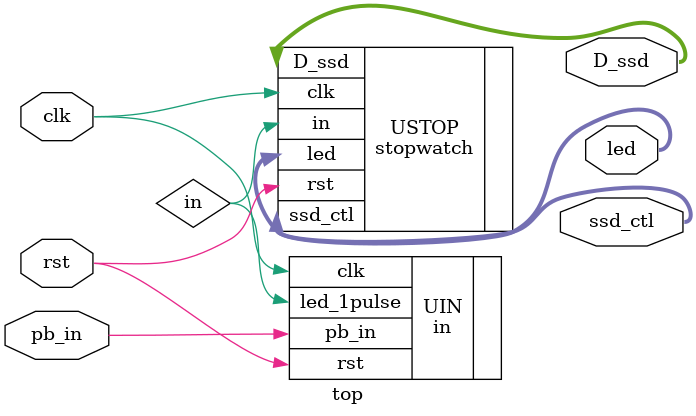
<source format=v>
`timescale 1ns / 1ps


module top(
    input clk,
    input rst,
    input pb_in,
    output [7:0]D_ssd,
    output [3:0]ssd_ctl,
    output [15:0]led
    );
    wire in;
    in UIN (
        .clk(clk),
        .rst(rst),
        .pb_in(pb_in),
        .led_1pulse(in)
        );
    stopwatch USTOP(
        .clk(clk),
        .rst(rst),
        .in(in),
        .ssd_ctl(ssd_ctl),
        .D_ssd(D_ssd),
        .led(led)
        );
        
endmodule

</source>
